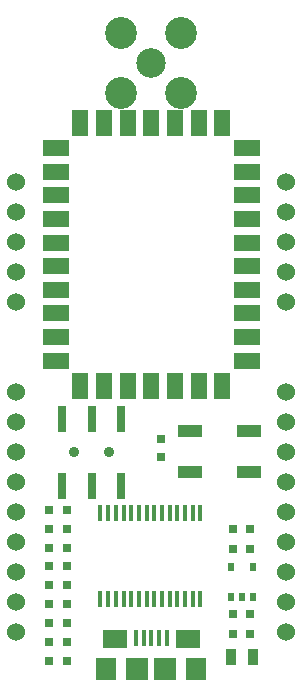
<source format=gts>
%FSLAX46Y46*%
G04 Gerber Fmt 4.6, Leading zero omitted, Abs format (unit mm)*
G04 Created by KiCad (PCBNEW (2014-jul-16 BZR unknown)-product) date Mon 16 Mar 2015 03:56:46 PM CET*
%MOMM*%
G01*
G04 APERTURE LIST*
%ADD10C,0.150000*%
%ADD11R,0.347980X1.397000*%
%ADD12R,0.787400X0.762000*%
%ADD13R,0.889000X1.397000*%
%ADD14R,0.400000X1.350000*%
%ADD15R,2.100000X1.600000*%
%ADD16R,1.800000X1.900000*%
%ADD17R,1.900000X1.900000*%
%ADD18R,2.200000X1.400000*%
%ADD19R,1.400000X2.200000*%
%ADD20C,1.524000*%
%ADD21R,0.762000X0.787400*%
%ADD22R,1.998980X1.000760*%
%ADD23R,0.800000X2.300000*%
%ADD24C,0.900000*%
%ADD25C,2.499360*%
%ADD26C,2.700020*%
%ADD27R,0.508000X0.762000*%
G04 APERTURE END LIST*
D10*
D11*
X179104020Y-107524940D03*
X178453780Y-107524940D03*
X177803540Y-107524940D03*
X177153300Y-107524940D03*
X176503060Y-107524940D03*
X175852820Y-107524940D03*
X175202580Y-107524940D03*
X174557420Y-107524940D03*
X173907180Y-107524940D03*
X173256940Y-107524940D03*
X172606700Y-107524940D03*
X171956460Y-107524940D03*
X171306220Y-107524940D03*
X170655980Y-107524940D03*
X170655980Y-114835060D03*
X171306220Y-114835060D03*
X171956460Y-114835060D03*
X172606700Y-114835060D03*
X173256940Y-114835060D03*
X173907180Y-114835060D03*
X174557420Y-114835060D03*
X175202580Y-114835060D03*
X175852820Y-114835060D03*
X176503060Y-114835060D03*
X177153300Y-114835060D03*
X177803540Y-114835060D03*
X178453780Y-114835060D03*
X179104020Y-114835060D03*
D12*
X166305900Y-107260000D03*
X167804500Y-107260000D03*
X166305900Y-110470000D03*
X167804500Y-110470000D03*
X167804500Y-113680000D03*
X166305900Y-113680000D03*
X167804500Y-115270000D03*
X166305900Y-115270000D03*
X167804500Y-116870000D03*
X166305900Y-116870000D03*
X166305900Y-120046000D03*
X167804500Y-120046000D03*
X166305900Y-118470000D03*
X167804500Y-118470000D03*
X183333100Y-108920000D03*
X181834500Y-108920000D03*
X183333100Y-110630000D03*
X181834500Y-110630000D03*
X181834500Y-116096400D03*
X183333100Y-116096400D03*
X181834500Y-117747400D03*
X183333100Y-117747400D03*
D13*
X181677500Y-119740000D03*
X183582500Y-119740000D03*
D12*
X167804500Y-112050000D03*
X166305900Y-112050000D03*
X167804500Y-108870000D03*
X166305900Y-108870000D03*
D14*
X173650000Y-118090000D03*
X174300000Y-118090000D03*
X174950000Y-118090000D03*
X175600000Y-118090000D03*
X176250000Y-118090000D03*
D15*
X171850000Y-118215000D03*
X178050000Y-118215000D03*
D16*
X171150000Y-120765000D03*
X178750000Y-120765000D03*
D17*
X173750000Y-120765000D03*
X176150000Y-120765000D03*
D18*
X166860000Y-76650000D03*
X166860000Y-78650000D03*
X166860000Y-80650000D03*
X166860000Y-82650000D03*
X166860000Y-84650000D03*
X166860000Y-86650000D03*
X166860000Y-88650000D03*
X166860000Y-90650000D03*
X166860000Y-92650000D03*
X166860000Y-94650000D03*
D19*
X168960000Y-96750000D03*
X170960000Y-96750000D03*
X172960000Y-96750000D03*
X174960000Y-96750000D03*
X176960000Y-96750000D03*
X178960000Y-96750000D03*
X180960000Y-96750000D03*
D18*
X183060000Y-94650000D03*
X183060000Y-92650000D03*
X183060000Y-90650000D03*
X183060000Y-88650000D03*
X183060000Y-86650000D03*
X183060000Y-84650000D03*
X183060000Y-82650000D03*
X183060000Y-80650000D03*
X183060000Y-78650000D03*
X183060000Y-76650000D03*
D19*
X180960000Y-74550000D03*
X178960000Y-74550000D03*
X176960000Y-74550000D03*
X174960000Y-74550000D03*
X172960000Y-74550000D03*
X170960000Y-74550000D03*
X168960000Y-74550000D03*
D20*
X163520000Y-79530000D03*
X163520000Y-82070000D03*
X163520000Y-84610000D03*
X163520000Y-87150000D03*
X163520000Y-89690000D03*
X163520000Y-97310000D03*
X163520000Y-99850000D03*
X163520000Y-102390000D03*
X163520000Y-104930000D03*
X163520000Y-107470000D03*
X163520000Y-110010000D03*
X163520000Y-112550000D03*
X163520000Y-115090000D03*
X163520000Y-117630000D03*
X186380000Y-79530000D03*
X186380000Y-82070000D03*
X186380000Y-84610000D03*
X186380000Y-87150000D03*
X186380000Y-89690000D03*
X186380000Y-97310000D03*
X186380000Y-99850000D03*
X186380000Y-102390000D03*
X186380000Y-104930000D03*
X186380000Y-107470000D03*
X186380000Y-110010000D03*
X186380000Y-112550000D03*
X186380000Y-115090000D03*
X186380000Y-117630000D03*
D21*
X175790000Y-102759300D03*
X175790000Y-101260700D03*
D22*
X178200640Y-100589940D03*
X183199360Y-100589940D03*
X178200640Y-104090060D03*
X183199360Y-104090060D03*
D23*
X167410000Y-105260000D03*
X169910000Y-105260000D03*
X172410000Y-105260000D03*
X172410000Y-99560000D03*
X169910000Y-99560000D03*
X167410000Y-99560000D03*
D24*
X168410000Y-102410000D03*
X171410000Y-102410000D03*
D25*
X174960000Y-69400000D03*
D26*
X177500000Y-66860000D03*
X172420000Y-66860000D03*
X172420000Y-71940000D03*
X177500000Y-71940000D03*
D27*
X181667500Y-114620000D03*
X183572500Y-114620000D03*
X181667500Y-112080000D03*
X182620000Y-114620000D03*
X183572500Y-112080000D03*
M02*

</source>
